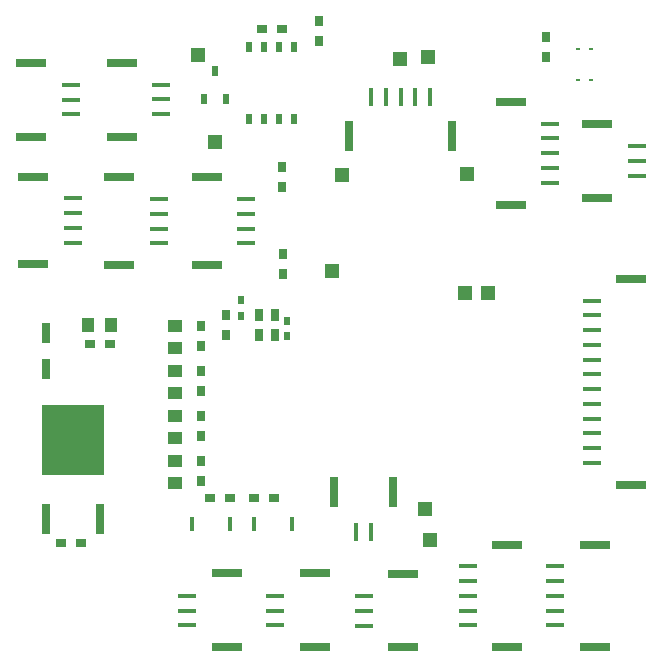
<source format=gbr>
G04 DipTrace 3.2.0.1*
G04 TopPaste.gbr*
%MOIN*%
G04 #@! TF.FileFunction,Paste,Top*
G04 #@! TF.Part,Single*
%ADD57R,0.031496X0.03937*%
%ADD59R,0.21063X0.234252*%
%ADD61R,0.031496X0.100394*%
%ADD63R,0.022126X0.037126*%
%ADD65R,0.003937X0.03937*%
%ADD67R,0.03937X0.003937*%
%ADD69R,0.014567X0.011024*%
%ADD75R,0.015748X0.059055*%
%ADD77R,0.031496X0.102362*%
%ADD79R,0.059055X0.015748*%
%ADD81R,0.102362X0.031496*%
%ADD83R,0.043307X0.051181*%
%ADD85R,0.051181X0.043307*%
%ADD87R,0.023622X0.033465*%
%ADD89R,0.019685X0.027559*%
%ADD91R,0.031496X0.070866*%
%ADD93R,0.031496X0.035433*%
%ADD95R,0.035433X0.031496*%
%ADD97R,0.01378X0.051181*%
%ADD99R,0.051181X0.051181*%
%FSLAX26Y26*%
G04*
G70*
G90*
G75*
G01*
G04 TopPaste*
%LPD*%
D99*
X1909121Y901287D3*
X1890827Y1003622D3*
D97*
X1243123Y954619D3*
X1115171D3*
X1321864D3*
X1449816D3*
D91*
X629277Y1589749D3*
Y1471639D3*
D89*
X1277496Y1699589D3*
Y1648408D3*
X1433730Y1630846D3*
Y1579665D3*
D93*
X2294364Y2576882D3*
Y2509953D3*
D95*
X1414938Y2605598D3*
X1348009D3*
X679278Y891194D3*
X746207D3*
D99*
X1193101Y2227154D3*
X1134921Y2518492D3*
D87*
X1155559Y2369251D3*
X1230362D3*
X1192961Y2463739D3*
D85*
X1058104Y1390043D3*
Y1464846D3*
Y1240043D3*
Y1314846D3*
Y1090043D3*
Y1164846D3*
Y1540043D3*
Y1614846D3*
D83*
X844635Y1616986D3*
X769832D3*
D99*
X1615236Y2116917D3*
X1583740Y1798898D3*
D81*
X2580034Y1084646D3*
Y1771654D3*
D79*
X2448144Y1452756D3*
Y1206693D3*
Y1255906D3*
Y1157480D3*
Y1305118D3*
Y1354331D3*
Y1501969D3*
Y1403543D3*
Y1551181D3*
Y1600394D3*
Y1649606D3*
Y1698819D3*
D81*
X586003Y2112412D3*
Y1819105D3*
D79*
X717892Y1990365D3*
Y1941152D3*
Y2039577D3*
Y1891940D3*
D81*
X1230554Y543425D3*
Y789488D3*
D79*
X1098664Y616260D3*
Y665472D3*
Y714685D3*
D81*
X1524016Y543520D3*
Y789583D3*
D79*
X1392126Y616354D3*
Y665567D3*
Y714780D3*
D81*
X1820395Y542902D3*
Y788965D3*
D79*
X1688505Y615736D3*
Y664949D3*
Y714161D3*
D81*
X2166417Y542992D3*
Y885512D3*
D79*
X2034528Y615827D3*
Y665039D3*
Y714252D3*
Y615827D3*
Y763465D3*
Y812677D3*
D81*
X2457756Y542992D3*
Y885512D3*
D79*
X2325866Y615827D3*
Y665039D3*
Y714252D3*
Y615827D3*
Y763465D3*
Y812677D3*
D81*
X873482Y2109630D3*
Y1816323D3*
D79*
X1005371Y1987583D3*
Y1938370D3*
Y2036795D3*
Y1889157D3*
D81*
X1164734Y2109630D3*
Y1816323D3*
D79*
X1296623Y1987583D3*
Y1938370D3*
Y2036795D3*
Y1889157D3*
D81*
X2465630Y2286209D3*
Y2040146D3*
D79*
X2597520Y2213374D3*
Y2164161D3*
Y2114949D3*
D77*
X1639663Y2246072D3*
X1982182D3*
D75*
X1761710Y2377962D3*
X1810923D3*
X1712497D3*
X1860135D3*
X1909348D3*
D81*
X881152Y2491298D3*
Y2245235D3*
D79*
X1013042Y2418463D3*
Y2369251D3*
Y2320038D3*
D81*
X2177589Y2361522D3*
Y2019003D3*
D79*
X2309479Y2239475D3*
Y2190262D3*
Y2288688D3*
Y2141050D3*
Y2091837D3*
D77*
X1785463Y1060560D3*
X1588613D3*
D75*
X1712629Y928671D3*
X1663416D3*
D81*
X579262Y2491031D3*
Y2244969D3*
D79*
X711152Y2418197D3*
Y2368984D3*
Y2319772D3*
D95*
X1388793Y1041234D3*
X1321864D3*
X1176194D3*
X1243123D3*
D93*
X1414449Y2076924D3*
Y2143853D3*
X1418386Y1854016D3*
Y1787087D3*
X1145608Y1098114D3*
Y1165043D3*
Y1248114D3*
Y1315043D3*
X1145606Y1396294D3*
Y1463223D3*
Y1546294D3*
Y1613223D3*
X1227501Y1584789D3*
Y1651718D3*
X1537312Y2563711D3*
Y2630640D3*
D95*
X841777Y1554087D3*
X774848D3*
D69*
X2446248Y2435205D3*
Y2538354D3*
X2400579Y2435205D3*
Y2538354D3*
D99*
X2103425Y1724094D3*
X2024685D3*
D67*
X1577573Y1643927D3*
Y1624241D3*
Y1604556D3*
Y1584871D3*
Y1565186D3*
Y1545501D3*
Y1525816D3*
Y1506131D3*
Y1486446D3*
Y1466761D3*
Y1447076D3*
Y1427391D3*
Y1407706D3*
Y1388021D3*
Y1368336D3*
Y1348651D3*
D65*
X1656314Y1269911D3*
X1675999D3*
X1695684D3*
X1715369D3*
X1735054D3*
X1754739D3*
X1774424D3*
X1794109D3*
X1813794D3*
X1833479D3*
X1853164D3*
X1872849D3*
X1892534D3*
X1912219D3*
X1931904D3*
X1951589D3*
D67*
X2030329Y1348651D3*
Y1368336D3*
Y1388021D3*
Y1407706D3*
Y1427391D3*
Y1447076D3*
Y1466761D3*
Y1486446D3*
Y1506131D3*
Y1525816D3*
Y1545501D3*
Y1565186D3*
Y1584871D3*
Y1604556D3*
Y1624241D3*
Y1643927D3*
D65*
X1951589Y1722667D3*
X1931904D3*
X1912219D3*
X1892534D3*
X1872849D3*
X1853164D3*
X1833479D3*
X1813794D3*
X1794109D3*
X1774424D3*
X1754739D3*
X1735054D3*
X1715369D3*
X1695684D3*
X1675999D3*
X1656314D3*
D63*
X1454552Y2543879D3*
X1404552D3*
X1354552D3*
X1304552D3*
Y2303381D3*
X1354552D3*
X1404552D3*
X1454552D3*
D61*
X629638Y970933D3*
X809165D3*
D59*
X719402Y1234713D3*
D99*
X1808150Y2505239D3*
X1902638Y2509176D3*
X2032559Y2121314D3*
D57*
X1340001Y1582541D3*
X1391182D3*
X1340001Y1649470D3*
X1391182D3*
M02*

</source>
